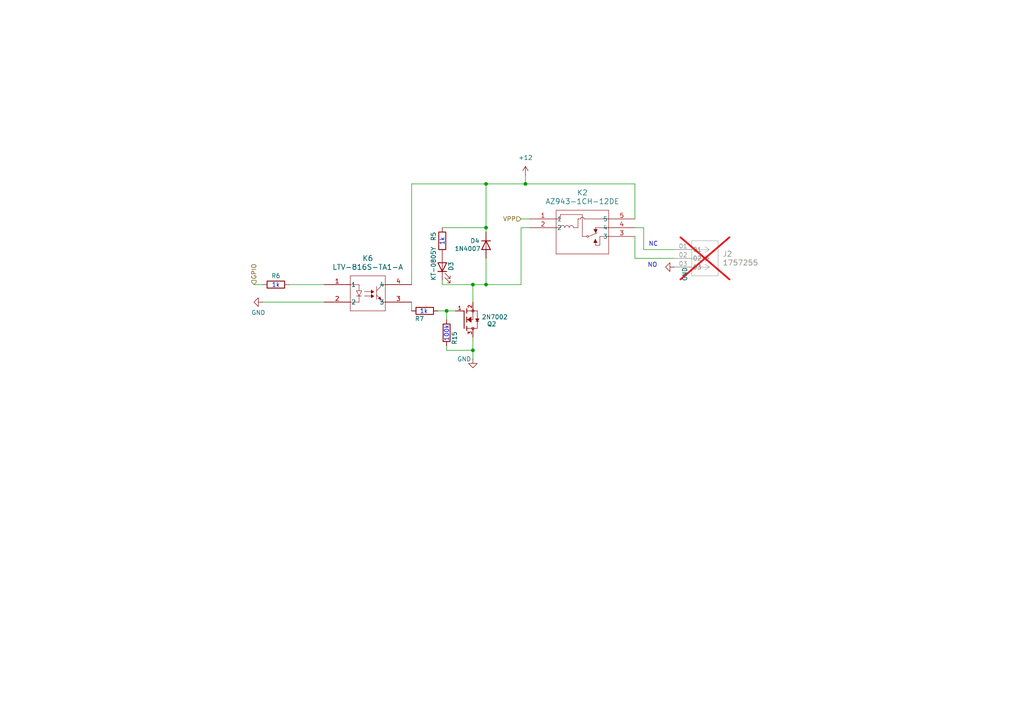
<source format=kicad_sch>
(kicad_sch
	(version 20231120)
	(generator "eeschema")
	(generator_version "8.0")
	(uuid "e4d7fb38-59c9-4d05-8ccd-e66180b1e927")
	(paper "A4")
	(lib_symbols
		(symbol "2025-02-13_01-48-00:1757255"
			(pin_names
				(offset 0.254)
			)
			(exclude_from_sim no)
			(in_bom yes)
			(on_board yes)
			(property "Reference" "J2"
				(at 13.97 -1.2699 0)
				(effects
					(font
						(size 1.524 1.524)
					)
					(justify left)
				)
			)
			(property "Value" "1757255"
				(at 13.97 -3.8099 0)
				(effects
					(font
						(size 1.524 1.524)
					)
					(justify left)
				)
			)
			(property "Footprint" "CONN_1757255_PXC"
				(at -1.778 10.414 0)
				(effects
					(font
						(size 1.27 1.27)
						(italic yes)
					)
					(hide yes)
				)
			)
			(property "Datasheet" "1757255"
				(at -4.064 10.16 0)
				(effects
					(font
						(size 1.27 1.27)
						(italic yes)
					)
					(hide yes)
				)
			)
			(property "Description" ""
				(at 0 0 0)
				(effects
					(font
						(size 1.27 1.27)
					)
					(hide yes)
				)
			)
			(property "ki_locked" ""
				(at 0 0 0)
				(effects
					(font
						(size 1.27 1.27)
					)
				)
			)
			(property "ki_keywords" "1757255"
				(at 0 0 0)
				(effects
					(font
						(size 1.27 1.27)
					)
					(hide yes)
				)
			)
			(property "ki_fp_filters" "CONN_1757255_PXC"
				(at 0 0 0)
				(effects
					(font
						(size 1.27 1.27)
					)
					(hide yes)
				)
			)
			(symbol "1757255_1_1"
				(polyline
					(pts
						(xy 5.08 -7.62) (xy 12.7 -7.62)
					)
					(stroke
						(width 0.127)
						(type default)
					)
					(fill
						(type none)
					)
				)
				(polyline
					(pts
						(xy 5.08 2.54) (xy 5.08 -7.62)
					)
					(stroke
						(width 0.127)
						(type default)
					)
					(fill
						(type none)
					)
				)
				(polyline
					(pts
						(xy 10.16 -5.08) (xy 5.08 -5.08)
					)
					(stroke
						(width 0.127)
						(type default)
					)
					(fill
						(type none)
					)
				)
				(polyline
					(pts
						(xy 10.16 -5.08) (xy 8.89 -5.9267)
					)
					(stroke
						(width 0.127)
						(type default)
					)
					(fill
						(type none)
					)
				)
				(polyline
					(pts
						(xy 10.16 -5.08) (xy 8.89 -4.2333)
					)
					(stroke
						(width 0.127)
						(type default)
					)
					(fill
						(type none)
					)
				)
				(polyline
					(pts
						(xy 10.16 -2.54) (xy 5.08 -2.54)
					)
					(stroke
						(width 0.127)
						(type default)
					)
					(fill
						(type none)
					)
				)
				(polyline
					(pts
						(xy 10.16 -2.54) (xy 8.89 -3.3867)
					)
					(stroke
						(width 0.127)
						(type default)
					)
					(fill
						(type none)
					)
				)
				(polyline
					(pts
						(xy 10.16 -2.54) (xy 8.89 -1.6933)
					)
					(stroke
						(width 0.127)
						(type default)
					)
					(fill
						(type none)
					)
				)
				(polyline
					(pts
						(xy 10.16 0) (xy 5.08 0)
					)
					(stroke
						(width 0.127)
						(type default)
					)
					(fill
						(type none)
					)
				)
				(polyline
					(pts
						(xy 10.16 0) (xy 8.89 -0.8467)
					)
					(stroke
						(width 0.127)
						(type default)
					)
					(fill
						(type none)
					)
				)
				(polyline
					(pts
						(xy 10.16 0) (xy 8.89 0.8467)
					)
					(stroke
						(width 0.127)
						(type default)
					)
					(fill
						(type none)
					)
				)
				(polyline
					(pts
						(xy 12.7 -7.62) (xy 12.7 2.54)
					)
					(stroke
						(width 0.127)
						(type default)
					)
					(fill
						(type none)
					)
				)
				(polyline
					(pts
						(xy 12.7 2.54) (xy 5.08 2.54)
					)
					(stroke
						(width 0.127)
						(type default)
					)
					(fill
						(type none)
					)
				)
				(pin input line
					(at 0 0 0)
					(length 5.08)
					(name "01"
						(effects
							(font
								(size 1.27 1.27)
							)
						)
					)
					(number "01"
						(effects
							(font
								(size 1.27 1.27)
							)
						)
					)
				)
				(pin input line
					(at 0 -2.54 0)
					(length 5.08)
					(name "02"
						(effects
							(font
								(size 1.27 1.27)
							)
						)
					)
					(number "02"
						(effects
							(font
								(size 1.27 1.27)
							)
						)
					)
				)
				(pin input line
					(at 0 -5.08 0)
					(length 5.08)
					(name "03"
						(effects
							(font
								(size 1.27 1.27)
							)
						)
					)
					(number "03"
						(effects
							(font
								(size 1.27 1.27)
							)
						)
					)
				)
			)
			(symbol "1757255_1_2"
				(polyline
					(pts
						(xy 5.08 -7.62) (xy 12.7 -7.62)
					)
					(stroke
						(width 0.127)
						(type default)
					)
					(fill
						(type none)
					)
				)
				(polyline
					(pts
						(xy 5.08 2.54) (xy 5.08 -7.62)
					)
					(stroke
						(width 0.127)
						(type default)
					)
					(fill
						(type none)
					)
				)
				(polyline
					(pts
						(xy 7.62 -5.08) (xy 5.08 -5.08)
					)
					(stroke
						(width 0.127)
						(type default)
					)
					(fill
						(type none)
					)
				)
				(polyline
					(pts
						(xy 7.62 -5.08) (xy 8.89 -5.9267)
					)
					(stroke
						(width 0.127)
						(type default)
					)
					(fill
						(type none)
					)
				)
				(polyline
					(pts
						(xy 7.62 -5.08) (xy 8.89 -4.2333)
					)
					(stroke
						(width 0.127)
						(type default)
					)
					(fill
						(type none)
					)
				)
				(polyline
					(pts
						(xy 7.62 -2.54) (xy 5.08 -2.54)
					)
					(stroke
						(width 0.127)
						(type default)
					)
					(fill
						(type none)
					)
				)
				(polyline
					(pts
						(xy 7.62 -2.54) (xy 8.89 -3.3867)
					)
					(stroke
						(width 0.127)
						(type default)
					)
					(fill
						(type none)
					)
				)
				(polyline
					(pts
						(xy 7.62 -2.54) (xy 8.89 -1.6933)
					)
					(stroke
						(width 0.127)
						(type default)
					)
					(fill
						(type none)
					)
				)
				(polyline
					(pts
						(xy 7.62 0) (xy 5.08 0)
					)
					(stroke
						(width 0.127)
						(type default)
					)
					(fill
						(type none)
					)
				)
				(polyline
					(pts
						(xy 7.62 0) (xy 8.89 -0.8467)
					)
					(stroke
						(width 0.127)
						(type default)
					)
					(fill
						(type none)
					)
				)
				(polyline
					(pts
						(xy 7.62 0) (xy 8.89 0.8467)
					)
					(stroke
						(width 0.127)
						(type default)
					)
					(fill
						(type none)
					)
				)
				(polyline
					(pts
						(xy 12.7 -7.62) (xy 12.7 2.54)
					)
					(stroke
						(width 0.127)
						(type default)
					)
					(fill
						(type none)
					)
				)
				(polyline
					(pts
						(xy 12.7 2.54) (xy 5.08 2.54)
					)
					(stroke
						(width 0.127)
						(type default)
					)
					(fill
						(type none)
					)
				)
				(pin unspecified line
					(at 0 0 0)
					(length 5.08)
					(name "1"
						(effects
							(font
								(size 1.27 1.27)
							)
						)
					)
					(number "1"
						(effects
							(font
								(size 1.27 1.27)
							)
						)
					)
				)
				(pin unspecified line
					(at 0 -2.54 0)
					(length 5.08)
					(name "2"
						(effects
							(font
								(size 1.27 1.27)
							)
						)
					)
					(number "2"
						(effects
							(font
								(size 1.27 1.27)
							)
						)
					)
				)
				(pin unspecified line
					(at 0 -5.08 0)
					(length 5.08)
					(name "3"
						(effects
							(font
								(size 1.27 1.27)
							)
						)
					)
					(number "3"
						(effects
							(font
								(size 1.27 1.27)
							)
						)
					)
				)
			)
		)
		(symbol "Device:LED"
			(pin_numbers hide)
			(pin_names
				(offset 1.016) hide)
			(exclude_from_sim no)
			(in_bom yes)
			(on_board yes)
			(property "Reference" "D"
				(at 0 2.54 0)
				(effects
					(font
						(size 1.27 1.27)
					)
				)
			)
			(property "Value" "LED"
				(at 0 -2.54 0)
				(effects
					(font
						(size 1.27 1.27)
					)
				)
			)
			(property "Footprint" ""
				(at 0 0 0)
				(effects
					(font
						(size 1.27 1.27)
					)
					(hide yes)
				)
			)
			(property "Datasheet" "~"
				(at 0 0 0)
				(effects
					(font
						(size 1.27 1.27)
					)
					(hide yes)
				)
			)
			(property "Description" "Light emitting diode"
				(at 0 0 0)
				(effects
					(font
						(size 1.27 1.27)
					)
					(hide yes)
				)
			)
			(property "ki_keywords" "LED diode"
				(at 0 0 0)
				(effects
					(font
						(size 1.27 1.27)
					)
					(hide yes)
				)
			)
			(property "ki_fp_filters" "LED* LED_SMD:* LED_THT:*"
				(at 0 0 0)
				(effects
					(font
						(size 1.27 1.27)
					)
					(hide yes)
				)
			)
			(symbol "LED_0_1"
				(polyline
					(pts
						(xy -1.27 -1.27) (xy -1.27 1.27)
					)
					(stroke
						(width 0.254)
						(type default)
					)
					(fill
						(type none)
					)
				)
				(polyline
					(pts
						(xy -1.27 0) (xy 1.27 0)
					)
					(stroke
						(width 0)
						(type default)
					)
					(fill
						(type none)
					)
				)
				(polyline
					(pts
						(xy 1.27 -1.27) (xy 1.27 1.27) (xy -1.27 0) (xy 1.27 -1.27)
					)
					(stroke
						(width 0.254)
						(type default)
					)
					(fill
						(type none)
					)
				)
				(polyline
					(pts
						(xy -3.048 -0.762) (xy -4.572 -2.286) (xy -3.81 -2.286) (xy -4.572 -2.286) (xy -4.572 -1.524)
					)
					(stroke
						(width 0)
						(type default)
					)
					(fill
						(type none)
					)
				)
				(polyline
					(pts
						(xy -1.778 -0.762) (xy -3.302 -2.286) (xy -2.54 -2.286) (xy -3.302 -2.286) (xy -3.302 -1.524)
					)
					(stroke
						(width 0)
						(type default)
					)
					(fill
						(type none)
					)
				)
			)
			(symbol "LED_1_1"
				(pin passive line
					(at -3.81 0 0)
					(length 2.54)
					(name "K"
						(effects
							(font
								(size 1.27 1.27)
							)
						)
					)
					(number "1"
						(effects
							(font
								(size 1.27 1.27)
							)
						)
					)
				)
				(pin passive line
					(at 3.81 0 180)
					(length 2.54)
					(name "A"
						(effects
							(font
								(size 1.27 1.27)
							)
						)
					)
					(number "2"
						(effects
							(font
								(size 1.27 1.27)
							)
						)
					)
				)
			)
		)
		(symbol "Device:R"
			(pin_numbers hide)
			(pin_names
				(offset 0)
			)
			(exclude_from_sim no)
			(in_bom yes)
			(on_board yes)
			(property "Reference" "R"
				(at 2.032 0 90)
				(effects
					(font
						(size 1.27 1.27)
					)
				)
			)
			(property "Value" "R"
				(at 0 0 90)
				(effects
					(font
						(size 1.27 1.27)
					)
				)
			)
			(property "Footprint" ""
				(at -1.778 0 90)
				(effects
					(font
						(size 1.27 1.27)
					)
					(hide yes)
				)
			)
			(property "Datasheet" "~"
				(at 0 0 0)
				(effects
					(font
						(size 1.27 1.27)
					)
					(hide yes)
				)
			)
			(property "Description" "Resistor"
				(at 0 0 0)
				(effects
					(font
						(size 1.27 1.27)
					)
					(hide yes)
				)
			)
			(property "ki_keywords" "R res resistor"
				(at 0 0 0)
				(effects
					(font
						(size 1.27 1.27)
					)
					(hide yes)
				)
			)
			(property "ki_fp_filters" "R_*"
				(at 0 0 0)
				(effects
					(font
						(size 1.27 1.27)
					)
					(hide yes)
				)
			)
			(symbol "R_0_1"
				(rectangle
					(start -1.016 -2.54)
					(end 1.016 2.54)
					(stroke
						(width 0.254)
						(type default)
					)
					(fill
						(type none)
					)
				)
			)
			(symbol "R_1_1"
				(pin passive line
					(at 0 3.81 270)
					(length 1.27)
					(name "~"
						(effects
							(font
								(size 1.27 1.27)
							)
						)
					)
					(number "1"
						(effects
							(font
								(size 1.27 1.27)
							)
						)
					)
				)
				(pin passive line
					(at 0 -3.81 90)
					(length 1.27)
					(name "~"
						(effects
							(font
								(size 1.27 1.27)
							)
						)
					)
					(number "2"
						(effects
							(font
								(size 1.27 1.27)
							)
						)
					)
				)
			)
		)
		(symbol "Diode:1N4007"
			(pin_numbers hide)
			(pin_names hide)
			(exclude_from_sim no)
			(in_bom yes)
			(on_board yes)
			(property "Reference" "D"
				(at 0 2.54 0)
				(effects
					(font
						(size 1.27 1.27)
					)
				)
			)
			(property "Value" "1N4007"
				(at 0 -2.54 0)
				(effects
					(font
						(size 1.27 1.27)
					)
				)
			)
			(property "Footprint" "Diode_THT:D_DO-41_SOD81_P10.16mm_Horizontal"
				(at 0 -4.445 0)
				(effects
					(font
						(size 1.27 1.27)
					)
					(hide yes)
				)
			)
			(property "Datasheet" "http://www.vishay.com/docs/88503/1n4001.pdf"
				(at 0 0 0)
				(effects
					(font
						(size 1.27 1.27)
					)
					(hide yes)
				)
			)
			(property "Description" "1000V 1A General Purpose Rectifier Diode, DO-41"
				(at 0 0 0)
				(effects
					(font
						(size 1.27 1.27)
					)
					(hide yes)
				)
			)
			(property "Sim.Device" "D"
				(at 0 0 0)
				(effects
					(font
						(size 1.27 1.27)
					)
					(hide yes)
				)
			)
			(property "Sim.Pins" "1=K 2=A"
				(at 0 0 0)
				(effects
					(font
						(size 1.27 1.27)
					)
					(hide yes)
				)
			)
			(property "ki_keywords" "diode"
				(at 0 0 0)
				(effects
					(font
						(size 1.27 1.27)
					)
					(hide yes)
				)
			)
			(property "ki_fp_filters" "D*DO?41*"
				(at 0 0 0)
				(effects
					(font
						(size 1.27 1.27)
					)
					(hide yes)
				)
			)
			(symbol "1N4007_0_1"
				(polyline
					(pts
						(xy -1.27 1.27) (xy -1.27 -1.27)
					)
					(stroke
						(width 0.254)
						(type default)
					)
					(fill
						(type none)
					)
				)
				(polyline
					(pts
						(xy 1.27 0) (xy -1.27 0)
					)
					(stroke
						(width 0)
						(type default)
					)
					(fill
						(type none)
					)
				)
				(polyline
					(pts
						(xy 1.27 1.27) (xy 1.27 -1.27) (xy -1.27 0) (xy 1.27 1.27)
					)
					(stroke
						(width 0.254)
						(type default)
					)
					(fill
						(type none)
					)
				)
			)
			(symbol "1N4007_1_1"
				(pin passive line
					(at -3.81 0 0)
					(length 2.54)
					(name "K"
						(effects
							(font
								(size 1.27 1.27)
							)
						)
					)
					(number "1"
						(effects
							(font
								(size 1.27 1.27)
							)
						)
					)
				)
				(pin passive line
					(at 3.81 0 180)
					(length 2.54)
					(name "A"
						(effects
							(font
								(size 1.27 1.27)
							)
						)
					)
					(number "2"
						(effects
							(font
								(size 1.27 1.27)
							)
						)
					)
				)
			)
		)
		(symbol "NPN:2N7002"
			(pin_names
				(offset 1.016)
			)
			(exclude_from_sim no)
			(in_bom yes)
			(on_board yes)
			(property "Reference" "Q"
				(at -8.89 2.54 0)
				(effects
					(font
						(size 1.27 1.27)
					)
					(justify left bottom)
				)
			)
			(property "Value" "2N7002"
				(at -8.89 -7.62 0)
				(effects
					(font
						(size 1.27 1.27)
					)
					(justify left bottom)
				)
			)
			(property "Footprint" "2N7002:TRANS_2N7002"
				(at 0 0 0)
				(effects
					(font
						(size 1.27 1.27)
					)
					(justify bottom)
					(hide yes)
				)
			)
			(property "Datasheet" ""
				(at 0 0 0)
				(effects
					(font
						(size 1.27 1.27)
					)
					(hide yes)
				)
			)
			(property "Description" ""
				(at 0 0 0)
				(effects
					(font
						(size 1.27 1.27)
					)
					(hide yes)
				)
			)
			(property "MF" "Diotec Semiconductor"
				(at 0 0 0)
				(effects
					(font
						(size 1.27 1.27)
					)
					(justify bottom)
					(hide yes)
				)
			)
			(property "MAXIMUM_PACKAGE_HEIGHT" "1.2mm"
				(at 0 0 0)
				(effects
					(font
						(size 1.27 1.27)
					)
					(justify bottom)
					(hide yes)
				)
			)
			(property "Package" "SOT-23 Diotec"
				(at 0 0 0)
				(effects
					(font
						(size 1.27 1.27)
					)
					(justify bottom)
					(hide yes)
				)
			)
			(property "Price" "None"
				(at 0 0 0)
				(effects
					(font
						(size 1.27 1.27)
					)
					(justify bottom)
					(hide yes)
				)
			)
			(property "Check_prices" "https://www.snapeda.com/parts/2N7002/Diotec/view-part/?ref=eda"
				(at 0 0 0)
				(effects
					(font
						(size 1.27 1.27)
					)
					(justify bottom)
					(hide yes)
				)
			)
			(property "STANDARD" "Manufacturer Recommendations"
				(at 0 0 0)
				(effects
					(font
						(size 1.27 1.27)
					)
					(justify bottom)
					(hide yes)
				)
			)
			(property "PARTREV" "2023-01-11"
				(at 0 0 0)
				(effects
					(font
						(size 1.27 1.27)
					)
					(justify bottom)
					(hide yes)
				)
			)
			(property "SnapEDA_Link" "https://www.snapeda.com/parts/2N7002/Diotec/view-part/?ref=snap"
				(at 0 0 0)
				(effects
					(font
						(size 1.27 1.27)
					)
					(justify bottom)
					(hide yes)
				)
			)
			(property "MP" "2N7002"
				(at 0 0 0)
				(effects
					(font
						(size 1.27 1.27)
					)
					(justify bottom)
					(hide yes)
				)
			)
			(property "Description_1" "\n                        \n                            MOSFET, SOT-23, N, 60V, 0.28A, 5Ω, 150°C\n                        \n"
				(at 0 0 0)
				(effects
					(font
						(size 1.27 1.27)
					)
					(justify bottom)
					(hide yes)
				)
			)
			(property "Availability" "In Stock"
				(at 0 0 0)
				(effects
					(font
						(size 1.27 1.27)
					)
					(justify bottom)
					(hide yes)
				)
			)
			(property "MANUFACTURER" "Diotec Semiconductor"
				(at 0 0 0)
				(effects
					(font
						(size 1.27 1.27)
					)
					(justify bottom)
					(hide yes)
				)
			)
			(symbol "2N7002_0_0"
				(polyline
					(pts
						(xy 0 2.54) (xy 0 -2.54)
					)
					(stroke
						(width 0.254)
						(type default)
					)
					(fill
						(type none)
					)
				)
				(polyline
					(pts
						(xy 0.762 -2.54) (xy 0.762 -3.175)
					)
					(stroke
						(width 0.254)
						(type default)
					)
					(fill
						(type none)
					)
				)
				(polyline
					(pts
						(xy 0.762 -1.905) (xy 0.762 -2.54)
					)
					(stroke
						(width 0.254)
						(type default)
					)
					(fill
						(type none)
					)
				)
				(polyline
					(pts
						(xy 0.762 0) (xy 0.762 -0.762)
					)
					(stroke
						(width 0.254)
						(type default)
					)
					(fill
						(type none)
					)
				)
				(polyline
					(pts
						(xy 0.762 0) (xy 2.54 0)
					)
					(stroke
						(width 0.1524)
						(type default)
					)
					(fill
						(type none)
					)
				)
				(polyline
					(pts
						(xy 0.762 0.762) (xy 0.762 0)
					)
					(stroke
						(width 0.254)
						(type default)
					)
					(fill
						(type none)
					)
				)
				(polyline
					(pts
						(xy 0.762 2.54) (xy 0.762 1.905)
					)
					(stroke
						(width 0.254)
						(type default)
					)
					(fill
						(type none)
					)
				)
				(polyline
					(pts
						(xy 0.762 2.54) (xy 3.81 2.54)
					)
					(stroke
						(width 0.1524)
						(type default)
					)
					(fill
						(type none)
					)
				)
				(polyline
					(pts
						(xy 0.762 3.175) (xy 0.762 2.54)
					)
					(stroke
						(width 0.254)
						(type default)
					)
					(fill
						(type none)
					)
				)
				(polyline
					(pts
						(xy 2.54 -2.54) (xy 0.762 -2.54)
					)
					(stroke
						(width 0.1524)
						(type default)
					)
					(fill
						(type none)
					)
				)
				(polyline
					(pts
						(xy 2.54 -2.54) (xy 3.81 -2.54)
					)
					(stroke
						(width 0.1524)
						(type default)
					)
					(fill
						(type none)
					)
				)
				(polyline
					(pts
						(xy 2.54 0) (xy 2.54 -2.54)
					)
					(stroke
						(width 0.1524)
						(type default)
					)
					(fill
						(type none)
					)
				)
				(polyline
					(pts
						(xy 3.81 0.508) (xy 3.302 0.508)
					)
					(stroke
						(width 0.1524)
						(type default)
					)
					(fill
						(type none)
					)
				)
				(polyline
					(pts
						(xy 3.81 0.508) (xy 3.81 -2.54)
					)
					(stroke
						(width 0.1524)
						(type default)
					)
					(fill
						(type none)
					)
				)
				(polyline
					(pts
						(xy 3.81 2.54) (xy 3.81 0.508)
					)
					(stroke
						(width 0.1524)
						(type default)
					)
					(fill
						(type none)
					)
				)
				(polyline
					(pts
						(xy 4.318 0.508) (xy 3.81 0.508)
					)
					(stroke
						(width 0.1524)
						(type default)
					)
					(fill
						(type none)
					)
				)
				(polyline
					(pts
						(xy 1.016 0) (xy 2.032 0.762) (xy 2.032 -0.762) (xy 1.016 0)
					)
					(stroke
						(width 0.1524)
						(type default)
					)
					(fill
						(type outline)
					)
				)
				(polyline
					(pts
						(xy 3.81 0.508) (xy 3.302 -0.254) (xy 4.318 -0.254) (xy 3.81 0.508)
					)
					(stroke
						(width 0.1524)
						(type default)
					)
					(fill
						(type outline)
					)
				)
				(circle
					(center 2.54 -2.54)
					(radius 0.3592)
					(stroke
						(width 0)
						(type default)
					)
					(fill
						(type none)
					)
				)
				(circle
					(center 2.54 2.54)
					(radius 0.3592)
					(stroke
						(width 0)
						(type default)
					)
					(fill
						(type none)
					)
				)
				(pin passive line
					(at -2.54 -2.54 0)
					(length 2.54)
					(name "~"
						(effects
							(font
								(size 1.016 1.016)
							)
						)
					)
					(number "1"
						(effects
							(font
								(size 1.016 1.016)
							)
						)
					)
				)
				(pin passive line
					(at 2.54 -5.08 90)
					(length 2.54)
					(name "~"
						(effects
							(font
								(size 1.016 1.016)
							)
						)
					)
					(number "2"
						(effects
							(font
								(size 1.016 1.016)
							)
						)
					)
				)
				(pin passive line
					(at 2.54 5.08 270)
					(length 2.54)
					(name "~"
						(effects
							(font
								(size 1.016 1.016)
							)
						)
					)
					(number "3"
						(effects
							(font
								(size 1.016 1.016)
							)
						)
					)
				)
			)
		)
		(symbol "Optocoupler:LTV-816S"
			(pin_names
				(offset 0.254)
			)
			(exclude_from_sim no)
			(in_bom yes)
			(on_board yes)
			(property "Reference" "K"
				(at 12.7 12.7 0)
				(effects
					(font
						(size 1.524 1.524)
					)
				)
			)
			(property "Value" "LTV-816S"
				(at 12.7 12.7 0)
				(effects
					(font
						(size 1.524 1.524)
					)
				)
			)
			(property "Footprint" "LTV-816S_LTO"
				(at 0 0 0)
				(effects
					(font
						(size 1.27 1.27)
						(italic yes)
					)
					(hide yes)
				)
			)
			(property "Datasheet" "LTV-816S"
				(at 0 0 0)
				(effects
					(font
						(size 1.27 1.27)
						(italic yes)
					)
					(hide yes)
				)
			)
			(property "Description" ""
				(at 0 0 0)
				(effects
					(font
						(size 1.27 1.27)
					)
					(hide yes)
				)
			)
			(property "ki_locked" ""
				(at 0 0 0)
				(effects
					(font
						(size 1.27 1.27)
					)
				)
			)
			(property "ki_keywords" "LTV-816S"
				(at 0 0 0)
				(effects
					(font
						(size 1.27 1.27)
					)
					(hide yes)
				)
			)
			(property "ki_fp_filters" "LTV-816S_LTO LTV-816S_LTO-M LTV-816S_LTO-L"
				(at 0 0 0)
				(effects
					(font
						(size 1.27 1.27)
					)
					(hide yes)
				)
			)
			(symbol "LTV-816S_0_1"
				(polyline
					(pts
						(xy 7.62 -7.62) (xy 7.62 2.54)
					)
					(stroke
						(width 0.127)
						(type default)
					)
					(fill
						(type none)
					)
				)
				(polyline
					(pts
						(xy 7.62 -7.62) (xy 17.78 -7.62)
					)
					(stroke
						(width 0.127)
						(type default)
					)
					(fill
						(type none)
					)
				)
				(polyline
					(pts
						(xy 9.398 -3.302) (xy 10.922 -3.302)
					)
					(stroke
						(width 0.127)
						(type default)
					)
					(fill
						(type none)
					)
				)
				(polyline
					(pts
						(xy 9.398 -1.778) (xy 10.16 -3.302)
					)
					(stroke
						(width 0.127)
						(type default)
					)
					(fill
						(type none)
					)
				)
				(polyline
					(pts
						(xy 10.16 -5.08) (xy 7.62 -5.08)
					)
					(stroke
						(width 0.127)
						(type default)
					)
					(fill
						(type none)
					)
				)
				(polyline
					(pts
						(xy 10.16 -3.302) (xy 10.16 -5.08)
					)
					(stroke
						(width 0.127)
						(type default)
					)
					(fill
						(type none)
					)
				)
				(polyline
					(pts
						(xy 10.16 -3.302) (xy 10.922 -1.778)
					)
					(stroke
						(width 0.127)
						(type default)
					)
					(fill
						(type none)
					)
				)
				(polyline
					(pts
						(xy 10.16 0) (xy 7.62 0)
					)
					(stroke
						(width 0.127)
						(type default)
					)
					(fill
						(type none)
					)
				)
				(polyline
					(pts
						(xy 10.16 0) (xy 10.16 -1.778)
					)
					(stroke
						(width 0.127)
						(type default)
					)
					(fill
						(type none)
					)
				)
				(polyline
					(pts
						(xy 10.922 -1.778) (xy 9.398 -1.778)
					)
					(stroke
						(width 0.127)
						(type default)
					)
					(fill
						(type none)
					)
				)
				(polyline
					(pts
						(xy 11.684 -3.302) (xy 13.716 -3.302)
					)
					(stroke
						(width 0.127)
						(type default)
					)
					(fill
						(type none)
					)
				)
				(polyline
					(pts
						(xy 11.684 -2.032) (xy 13.716 -2.032)
					)
					(stroke
						(width 0.127)
						(type default)
					)
					(fill
						(type none)
					)
				)
				(polyline
					(pts
						(xy 15.24 -4.318) (xy 15.24 -0.508)
					)
					(stroke
						(width 0.127)
						(type default)
					)
					(fill
						(type none)
					)
				)
				(polyline
					(pts
						(xy 15.24 -3.048) (xy 16.002 -3.81)
					)
					(stroke
						(width 0.127)
						(type default)
					)
					(fill
						(type none)
					)
				)
				(polyline
					(pts
						(xy 15.24 -1.778) (xy 16.51 -0.508)
					)
					(stroke
						(width 0.127)
						(type default)
					)
					(fill
						(type none)
					)
				)
				(polyline
					(pts
						(xy 16.51 -4.318) (xy 16.51 -5.08)
					)
					(stroke
						(width 0.127)
						(type default)
					)
					(fill
						(type none)
					)
				)
				(polyline
					(pts
						(xy 16.51 -0.508) (xy 16.51 0)
					)
					(stroke
						(width 0.127)
						(type default)
					)
					(fill
						(type none)
					)
				)
				(polyline
					(pts
						(xy 16.51 0) (xy 17.78 0)
					)
					(stroke
						(width 0.127)
						(type default)
					)
					(fill
						(type none)
					)
				)
				(polyline
					(pts
						(xy 17.78 -5.08) (xy 16.51 -5.08)
					)
					(stroke
						(width 0.127)
						(type default)
					)
					(fill
						(type none)
					)
				)
				(polyline
					(pts
						(xy 17.78 2.54) (xy 7.62 2.54)
					)
					(stroke
						(width 0.127)
						(type default)
					)
					(fill
						(type none)
					)
				)
				(polyline
					(pts
						(xy 17.78 2.54) (xy 17.78 -7.62)
					)
					(stroke
						(width 0.127)
						(type default)
					)
					(fill
						(type none)
					)
				)
				(polyline
					(pts
						(xy 13.716 -2.794) (xy 13.716 -3.81) (xy 14.478 -3.302)
					)
					(stroke
						(width 0)
						(type default)
					)
					(fill
						(type outline)
					)
				)
				(polyline
					(pts
						(xy 13.716 -1.524) (xy 13.716 -2.54) (xy 14.478 -2.032)
					)
					(stroke
						(width 0)
						(type default)
					)
					(fill
						(type outline)
					)
				)
				(polyline
					(pts
						(xy 16.4717 -4.3107) (xy 15.748 -4.064) (xy 16.256 -3.556) (xy 16.51 -4.318)
					)
					(stroke
						(width 0)
						(type default)
					)
					(fill
						(type outline)
					)
				)
				(pin unspecified line
					(at 0 0 0)
					(length 7.62)
					(name "1"
						(effects
							(font
								(size 1.27 1.27)
							)
						)
					)
					(number "1"
						(effects
							(font
								(size 1.27 1.27)
							)
						)
					)
				)
				(pin unspecified line
					(at 0 -5.08 0)
					(length 7.62)
					(name "2"
						(effects
							(font
								(size 1.27 1.27)
							)
						)
					)
					(number "2"
						(effects
							(font
								(size 1.27 1.27)
							)
						)
					)
				)
				(pin unspecified line
					(at 25.4 -5.08 180)
					(length 7.62)
					(name "3"
						(effects
							(font
								(size 1.27 1.27)
							)
						)
					)
					(number "3"
						(effects
							(font
								(size 1.27 1.27)
							)
						)
					)
				)
				(pin unspecified line
					(at 25.4 0 180)
					(length 7.62)
					(name "4"
						(effects
							(font
								(size 1.27 1.27)
							)
						)
					)
					(number "4"
						(effects
							(font
								(size 1.27 1.27)
							)
						)
					)
				)
			)
		)
		(symbol "Relay:AZ943-1CH-12DE"
			(pin_names
				(offset 0.254)
			)
			(exclude_from_sim no)
			(in_bom yes)
			(on_board yes)
			(property "Reference" "K"
				(at 15.24 7.62 0)
				(effects
					(font
						(size 1.524 1.524)
					)
				)
			)
			(property "Value" "AZ943-1CH-12DE"
				(at 15.24 5.08 0)
				(effects
					(font
						(size 1.524 1.524)
					)
				)
			)
			(property "Footprint" "AZ943-1CH_AMZ"
				(at 0 0 0)
				(effects
					(font
						(size 1.27 1.27)
						(italic yes)
					)
					(hide yes)
				)
			)
			(property "Datasheet" "AZ943-1CH-12DE"
				(at 0 0 0)
				(effects
					(font
						(size 1.27 1.27)
						(italic yes)
					)
					(hide yes)
				)
			)
			(property "Description" ""
				(at 0 0 0)
				(effects
					(font
						(size 1.27 1.27)
					)
					(hide yes)
				)
			)
			(property "ki_locked" ""
				(at 0 0 0)
				(effects
					(font
						(size 1.27 1.27)
					)
				)
			)
			(property "ki_keywords" "AZ943-1CH-12DE"
				(at 0 0 0)
				(effects
					(font
						(size 1.27 1.27)
					)
					(hide yes)
				)
			)
			(property "ki_fp_filters" "AZ943-1CH_AMZ"
				(at 0 0 0)
				(effects
					(font
						(size 1.27 1.27)
					)
					(hide yes)
				)
			)
			(symbol "AZ943-1CH-12DE_0_1"
				(polyline
					(pts
						(xy 7.62 -10.16) (xy 22.86 -10.16)
					)
					(stroke
						(width 0.127)
						(type default)
					)
					(fill
						(type none)
					)
				)
				(polyline
					(pts
						(xy 7.62 -2.54) (xy 8.89 -2.54)
					)
					(stroke
						(width 0.127)
						(type default)
					)
					(fill
						(type none)
					)
				)
				(polyline
					(pts
						(xy 7.62 0) (xy 8.89 0)
					)
					(stroke
						(width 0.127)
						(type default)
					)
					(fill
						(type none)
					)
				)
				(polyline
					(pts
						(xy 7.62 2.54) (xy 7.62 -10.16)
					)
					(stroke
						(width 0.127)
						(type default)
					)
					(fill
						(type none)
					)
				)
				(polyline
					(pts
						(xy 8.89 0) (xy 8.89 1.27)
					)
					(stroke
						(width 0.127)
						(type default)
					)
					(fill
						(type none)
					)
				)
				(polyline
					(pts
						(xy 8.89 1.27) (xy 15.24 1.27)
					)
					(stroke
						(width 0.127)
						(type default)
					)
					(fill
						(type none)
					)
				)
				(polyline
					(pts
						(xy 12.7 -2.54) (xy 13.97 -2.54)
					)
					(stroke
						(width 0.127)
						(type default)
					)
					(fill
						(type none)
					)
				)
				(polyline
					(pts
						(xy 13.97 -2.54) (xy 13.97 0)
					)
					(stroke
						(width 0.127)
						(type default)
					)
					(fill
						(type none)
					)
				)
				(polyline
					(pts
						(xy 13.97 0) (xy 14.732 0)
					)
					(stroke
						(width 0.127)
						(type default)
					)
					(fill
						(type none)
					)
				)
				(polyline
					(pts
						(xy 15.24 -5.08) (xy 16.51 -5.08)
					)
					(stroke
						(width 0.127)
						(type default)
					)
					(fill
						(type none)
					)
				)
				(polyline
					(pts
						(xy 15.24 1.27) (xy 15.24 -5.08)
					)
					(stroke
						(width 0.127)
						(type default)
					)
					(fill
						(type none)
					)
				)
				(polyline
					(pts
						(xy 17.018 -5.08) (xy 19.558 -4.064)
					)
					(stroke
						(width 0.127)
						(type default)
					)
					(fill
						(type none)
					)
				)
				(polyline
					(pts
						(xy 19.05 -7.62) (xy 19.05 -6.35)
					)
					(stroke
						(width 0.127)
						(type default)
					)
					(fill
						(type none)
					)
				)
				(polyline
					(pts
						(xy 19.05 -7.62) (xy 20.32 -7.62)
					)
					(stroke
						(width 0.127)
						(type default)
					)
					(fill
						(type none)
					)
				)
				(polyline
					(pts
						(xy 19.05 -2.54) (xy 19.05 -3.81)
					)
					(stroke
						(width 0.127)
						(type default)
					)
					(fill
						(type none)
					)
				)
				(polyline
					(pts
						(xy 19.05 -2.54) (xy 22.86 -2.54)
					)
					(stroke
						(width 0.127)
						(type default)
					)
					(fill
						(type none)
					)
				)
				(polyline
					(pts
						(xy 20.32 -7.62) (xy 20.32 -5.08)
					)
					(stroke
						(width 0.127)
						(type default)
					)
					(fill
						(type none)
					)
				)
				(polyline
					(pts
						(xy 22.86 -10.16) (xy 22.86 2.54)
					)
					(stroke
						(width 0.127)
						(type default)
					)
					(fill
						(type none)
					)
				)
				(polyline
					(pts
						(xy 22.86 -5.08) (xy 20.32 -5.08)
					)
					(stroke
						(width 0.127)
						(type default)
					)
					(fill
						(type none)
					)
				)
				(polyline
					(pts
						(xy 22.86 0) (xy 15.748 0)
					)
					(stroke
						(width 0.127)
						(type default)
					)
					(fill
						(type none)
					)
				)
				(polyline
					(pts
						(xy 22.86 2.54) (xy 7.62 2.54)
					)
					(stroke
						(width 0.127)
						(type default)
					)
					(fill
						(type none)
					)
				)
				(polyline
					(pts
						(xy 19.05 -5.842) (xy 18.542 -6.858) (xy 19.558 -6.858)
					)
					(stroke
						(width 0)
						(type default)
					)
					(fill
						(type outline)
					)
				)
				(polyline
					(pts
						(xy 19.05 -4.064) (xy 19.558 -3.048) (xy 18.542 -3.048)
					)
					(stroke
						(width 0)
						(type default)
					)
					(fill
						(type outline)
					)
				)
				(arc
					(start 10.16 -2.54)
					(mid 9.525 -1.9077)
					(end 8.89 -2.54)
					(stroke
						(width 0.127)
						(type default)
					)
					(fill
						(type none)
					)
				)
				(arc
					(start 11.43 -2.54)
					(mid 10.795 -1.9077)
					(end 10.16 -2.54)
					(stroke
						(width 0.127)
						(type default)
					)
					(fill
						(type none)
					)
				)
				(arc
					(start 12.7 -2.54)
					(mid 12.065 -1.9077)
					(end 11.43 -2.54)
					(stroke
						(width 0.127)
						(type default)
					)
					(fill
						(type none)
					)
				)
				(arc
					(start 15.748 0)
					(mid 15.24 0.5058)
					(end 14.732 0)
					(stroke
						(width 0.127)
						(type default)
					)
					(fill
						(type none)
					)
				)
				(circle
					(center 16.764 -5.08)
					(radius 0.254)
					(stroke
						(width 0.127)
						(type default)
					)
					(fill
						(type none)
					)
				)
				(pin unspecified line
					(at 0 0 0)
					(length 7.62)
					(name "1"
						(effects
							(font
								(size 1.27 1.27)
							)
						)
					)
					(number "1"
						(effects
							(font
								(size 1.27 1.27)
							)
						)
					)
				)
				(pin unspecified line
					(at 0 -2.54 0)
					(length 7.62)
					(name "2"
						(effects
							(font
								(size 1.27 1.27)
							)
						)
					)
					(number "2"
						(effects
							(font
								(size 1.27 1.27)
							)
						)
					)
				)
				(pin unspecified line
					(at 30.48 -5.08 180)
					(length 7.62)
					(name "3"
						(effects
							(font
								(size 1.27 1.27)
							)
						)
					)
					(number "3"
						(effects
							(font
								(size 1.27 1.27)
							)
						)
					)
				)
				(pin unspecified line
					(at 30.48 -2.54 180)
					(length 7.62)
					(name "4"
						(effects
							(font
								(size 1.27 1.27)
							)
						)
					)
					(number "4"
						(effects
							(font
								(size 1.27 1.27)
							)
						)
					)
				)
				(pin unspecified line
					(at 30.48 0 180)
					(length 7.62)
					(name "5"
						(effects
							(font
								(size 1.27 1.27)
							)
						)
					)
					(number "5"
						(effects
							(font
								(size 1.27 1.27)
							)
						)
					)
				)
			)
		)
		(symbol "power:+3.3V"
			(power)
			(pin_numbers hide)
			(pin_names
				(offset 0) hide)
			(exclude_from_sim no)
			(in_bom yes)
			(on_board yes)
			(property "Reference" "#PWR"
				(at 0 -3.81 0)
				(effects
					(font
						(size 1.27 1.27)
					)
					(hide yes)
				)
			)
			(property "Value" "+3.3V"
				(at 0 3.556 0)
				(effects
					(font
						(size 1.27 1.27)
					)
				)
			)
			(property "Footprint" ""
				(at 0 0 0)
				(effects
					(font
						(size 1.27 1.27)
					)
					(hide yes)
				)
			)
			(property "Datasheet" ""
				(at 0 0 0)
				(effects
					(font
						(size 1.27 1.27)
					)
					(hide yes)
				)
			)
			(property "Description" "Power symbol creates a global label with name \"+3.3V\""
				(at 0 0 0)
				(effects
					(font
						(size 1.27 1.27)
					)
					(hide yes)
				)
			)
			(property "ki_keywords" "global power"
				(at 0 0 0)
				(effects
					(font
						(size 1.27 1.27)
					)
					(hide yes)
				)
			)
			(symbol "+3.3V_0_1"
				(polyline
					(pts
						(xy -0.762 1.27) (xy 0 2.54)
					)
					(stroke
						(width 0)
						(type default)
					)
					(fill
						(type none)
					)
				)
				(polyline
					(pts
						(xy 0 0) (xy 0 2.54)
					)
					(stroke
						(width 0)
						(type default)
					)
					(fill
						(type none)
					)
				)
				(polyline
					(pts
						(xy 0 2.54) (xy 0.762 1.27)
					)
					(stroke
						(width 0)
						(type default)
					)
					(fill
						(type none)
					)
				)
			)
			(symbol "+3.3V_1_1"
				(pin power_in line
					(at 0 0 90)
					(length 0)
					(name "~"
						(effects
							(font
								(size 1.27 1.27)
							)
						)
					)
					(number "1"
						(effects
							(font
								(size 1.27 1.27)
							)
						)
					)
				)
			)
		)
		(symbol "power:GND"
			(power)
			(pin_numbers hide)
			(pin_names
				(offset 0) hide)
			(exclude_from_sim no)
			(in_bom yes)
			(on_board yes)
			(property "Reference" "#PWR"
				(at 0 -6.35 0)
				(effects
					(font
						(size 1.27 1.27)
					)
					(hide yes)
				)
			)
			(property "Value" "GND"
				(at 0 -3.81 0)
				(effects
					(font
						(size 1.27 1.27)
					)
				)
			)
			(property "Footprint" ""
				(at 0 0 0)
				(effects
					(font
						(size 1.27 1.27)
					)
					(hide yes)
				)
			)
			(property "Datasheet" ""
				(at 0 0 0)
				(effects
					(font
						(size 1.27 1.27)
					)
					(hide yes)
				)
			)
			(property "Description" "Power symbol creates a global label with name \"GND\" , ground"
				(at 0 0 0)
				(effects
					(font
						(size 1.27 1.27)
					)
					(hide yes)
				)
			)
			(property "ki_keywords" "global power"
				(at 0 0 0)
				(effects
					(font
						(size 1.27 1.27)
					)
					(hide yes)
				)
			)
			(symbol "GND_0_1"
				(polyline
					(pts
						(xy 0 0) (xy 0 -1.27) (xy 1.27 -1.27) (xy 0 -2.54) (xy -1.27 -1.27) (xy 0 -1.27)
					)
					(stroke
						(width 0)
						(type default)
					)
					(fill
						(type none)
					)
				)
			)
			(symbol "GND_1_1"
				(pin power_in line
					(at 0 0 270)
					(length 0)
					(name "~"
						(effects
							(font
								(size 1.27 1.27)
							)
						)
					)
					(number "1"
						(effects
							(font
								(size 1.27 1.27)
							)
						)
					)
				)
			)
		)
	)
	(junction
		(at 129.54 90.17)
		(diameter 0)
		(color 0 0 0 0)
		(uuid "1d150297-b40f-4a09-a460-1d8339f96c65")
	)
	(junction
		(at 140.97 66.04)
		(diameter 0)
		(color 0 0 0 0)
		(uuid "59f12336-e658-4586-869f-6b91e27a2afd")
	)
	(junction
		(at 137.16 101.6)
		(diameter 0)
		(color 0 0 0 0)
		(uuid "5e6562be-884a-408c-9074-5a740e8b0d83")
	)
	(junction
		(at 152.4 53.34)
		(diameter 0)
		(color 0 0 0 0)
		(uuid "6179e2f2-41af-4111-8a52-6ac4819fe236")
	)
	(junction
		(at 140.97 82.55)
		(diameter 0)
		(color 0 0 0 0)
		(uuid "ac755705-0bdf-45c2-936e-34d656b28532")
	)
	(junction
		(at 140.97 53.34)
		(diameter 0)
		(color 0 0 0 0)
		(uuid "e9dbde75-f59e-47d4-b9bc-cb8e8273e346")
	)
	(junction
		(at 137.16 82.55)
		(diameter 0)
		(color 0 0 0 0)
		(uuid "fcd2f266-6808-4550-bd27-6336f8f7815f")
	)
	(wire
		(pts
			(xy 184.15 68.58) (xy 184.15 74.93)
		)
		(stroke
			(width 0)
			(type default)
		)
		(uuid "02692309-6fdc-45c8-bf67-3ff8d5b1030e")
	)
	(wire
		(pts
			(xy 128.27 82.55) (xy 137.16 82.55)
		)
		(stroke
			(width 0)
			(type default)
		)
		(uuid "0ac1ef0b-c59d-4d76-b8e5-7c362c399eb4")
	)
	(wire
		(pts
			(xy 140.97 74.93) (xy 140.97 82.55)
		)
		(stroke
			(width 0)
			(type default)
		)
		(uuid "0c0ca8f2-e2ad-4944-acd4-ad6ec277a78c")
	)
	(wire
		(pts
			(xy 119.38 90.17) (xy 119.38 87.63)
		)
		(stroke
			(width 0)
			(type default)
		)
		(uuid "17886578-8aef-4e5f-9759-4bdcd12d1c93")
	)
	(wire
		(pts
			(xy 137.16 97.79) (xy 137.16 101.6)
		)
		(stroke
			(width 0)
			(type default)
		)
		(uuid "29731db0-2284-402c-aadb-1249f19954a2")
	)
	(wire
		(pts
			(xy 137.16 101.6) (xy 137.16 104.14)
		)
		(stroke
			(width 0)
			(type default)
		)
		(uuid "2efff093-5c2e-4a8b-b855-a3a465462266")
	)
	(wire
		(pts
			(xy 184.15 74.93) (xy 195.58 74.93)
		)
		(stroke
			(width 0)
			(type default)
		)
		(uuid "340955cb-7dcb-40ed-a281-d2f575881bb6")
	)
	(wire
		(pts
			(xy 128.27 66.04) (xy 140.97 66.04)
		)
		(stroke
			(width 0)
			(type default)
		)
		(uuid "409b0e38-8c98-495b-8cfc-c6c4aae41092")
	)
	(wire
		(pts
			(xy 128.27 82.55) (xy 128.27 81.28)
		)
		(stroke
			(width 0)
			(type default)
		)
		(uuid "46d26453-da87-4e1d-9b83-6a31faf1de97")
	)
	(wire
		(pts
			(xy 184.15 66.04) (xy 186.69 66.04)
		)
		(stroke
			(width 0)
			(type default)
		)
		(uuid "52fb1707-6478-4a0c-ac6e-4f7e207a3191")
	)
	(wire
		(pts
			(xy 140.97 67.31) (xy 140.97 66.04)
		)
		(stroke
			(width 0)
			(type default)
		)
		(uuid "59e5c33b-3ce3-406e-899c-12f6fbe341e2")
	)
	(wire
		(pts
			(xy 151.13 66.04) (xy 153.67 66.04)
		)
		(stroke
			(width 0)
			(type default)
		)
		(uuid "5c2265ce-9810-4748-8fa7-d92dda7951e3")
	)
	(wire
		(pts
			(xy 152.4 53.34) (xy 140.97 53.34)
		)
		(stroke
			(width 0)
			(type default)
		)
		(uuid "6b9df2e8-4251-48d9-b9a5-46fc6c02156e")
	)
	(wire
		(pts
			(xy 127 90.17) (xy 129.54 90.17)
		)
		(stroke
			(width 0)
			(type default)
		)
		(uuid "6e7e7978-d83e-479c-a90f-70024c289fa7")
	)
	(wire
		(pts
			(xy 76.2 87.63) (xy 93.98 87.63)
		)
		(stroke
			(width 0)
			(type default)
		)
		(uuid "773be13b-383d-402e-8f97-09bdca24a253")
	)
	(wire
		(pts
			(xy 186.69 66.04) (xy 186.69 72.39)
		)
		(stroke
			(width 0)
			(type default)
		)
		(uuid "7b30b77e-0862-405d-82a2-b6c44fb528ef")
	)
	(wire
		(pts
			(xy 129.54 90.17) (xy 132.08 90.17)
		)
		(stroke
			(width 0)
			(type default)
		)
		(uuid "7c3de2b3-0455-45a6-80be-d4aa0498b01a")
	)
	(wire
		(pts
			(xy 140.97 53.34) (xy 140.97 66.04)
		)
		(stroke
			(width 0)
			(type default)
		)
		(uuid "815ae66a-ca37-454f-bd2e-a66bf108a6f2")
	)
	(wire
		(pts
			(xy 186.69 72.39) (xy 195.58 72.39)
		)
		(stroke
			(width 0)
			(type default)
		)
		(uuid "849f0503-9a9d-4c47-a43f-5b8d5c4e2e84")
	)
	(wire
		(pts
			(xy 83.82 82.55) (xy 93.98 82.55)
		)
		(stroke
			(width 0)
			(type default)
		)
		(uuid "897a266b-7225-4b91-8dc6-98471350ca0d")
	)
	(wire
		(pts
			(xy 140.97 82.55) (xy 151.13 82.55)
		)
		(stroke
			(width 0)
			(type default)
		)
		(uuid "8f7a9c69-a6cd-4506-9f45-61059bb157bb")
	)
	(wire
		(pts
			(xy 73.66 82.55) (xy 76.2 82.55)
		)
		(stroke
			(width 0)
			(type default)
		)
		(uuid "98410890-b840-4731-b0ba-749ac92775e2")
	)
	(wire
		(pts
			(xy 184.15 53.34) (xy 152.4 53.34)
		)
		(stroke
			(width 0)
			(type default)
		)
		(uuid "a427f2e4-22f1-4050-92d2-a19046e84955")
	)
	(wire
		(pts
			(xy 129.54 90.17) (xy 129.54 92.71)
		)
		(stroke
			(width 0)
			(type default)
		)
		(uuid "afc65040-9551-43b2-9de7-61112b369fbe")
	)
	(wire
		(pts
			(xy 137.16 82.55) (xy 137.16 87.63)
		)
		(stroke
			(width 0)
			(type default)
		)
		(uuid "b5f7d1f5-01c5-4cde-88de-c3f86a68c2b7")
	)
	(wire
		(pts
			(xy 137.16 101.6) (xy 129.54 101.6)
		)
		(stroke
			(width 0)
			(type default)
		)
		(uuid "b6a6c47b-33bf-4800-af0d-c0867fc8ae5e")
	)
	(wire
		(pts
			(xy 184.15 63.5) (xy 184.15 53.34)
		)
		(stroke
			(width 0)
			(type default)
		)
		(uuid "c2968149-e285-4b9c-90e6-b347cf105a2e")
	)
	(wire
		(pts
			(xy 152.4 50.8) (xy 152.4 53.34)
		)
		(stroke
			(width 0)
			(type default)
		)
		(uuid "e18a880c-05ef-402b-b67c-a2af6f97883b")
	)
	(wire
		(pts
			(xy 137.16 82.55) (xy 140.97 82.55)
		)
		(stroke
			(width 0)
			(type default)
		)
		(uuid "e7830b07-d1bb-4855-8c7c-321198a21d54")
	)
	(wire
		(pts
			(xy 119.38 53.34) (xy 140.97 53.34)
		)
		(stroke
			(width 0)
			(type default)
		)
		(uuid "e7d5eb8a-0e55-4c15-9268-ab7fc40d6d07")
	)
	(wire
		(pts
			(xy 119.38 82.55) (xy 119.38 53.34)
		)
		(stroke
			(width 0)
			(type default)
		)
		(uuid "e8ee978b-1c85-413e-bf87-8cb7b64fb537")
	)
	(wire
		(pts
			(xy 129.54 101.6) (xy 129.54 100.33)
		)
		(stroke
			(width 0)
			(type default)
		)
		(uuid "eac207b2-a7c1-4650-a97c-008b0ad3039c")
	)
	(wire
		(pts
			(xy 151.13 63.5) (xy 153.67 63.5)
		)
		(stroke
			(width 0)
			(type default)
		)
		(uuid "f18317e4-3d42-42e2-a76c-6471a1742a02")
	)
	(wire
		(pts
			(xy 151.13 66.04) (xy 151.13 82.55)
		)
		(stroke
			(width 0)
			(type default)
		)
		(uuid "f4a3b428-046a-444b-a610-fa50b80d9d49")
	)
	(text "1k"
		(exclude_from_sim no)
		(at 80.01 82.804 0)
		(effects
			(font
				(size 1.27 1.27)
			)
		)
		(uuid "26e6f4ed-f1c9-45ba-a920-a156877f104f")
	)
	(text "NO"
		(exclude_from_sim no)
		(at 189.23 76.962 0)
		(effects
			(font
				(size 1.27 1.27)
			)
		)
		(uuid "6c3dd6a4-bfe7-4f93-ad5c-dc2f17c89e5d")
	)
	(text "100k"
		(exclude_from_sim no)
		(at 129.54 96.774 90)
		(effects
			(font
				(size 1.27 1.27)
			)
		)
		(uuid "8e5c6d35-b60e-4375-8ef3-5c5dfef0a460")
	)
	(text "1k"
		(exclude_from_sim no)
		(at 128.27 70.104 90)
		(effects
			(font
				(size 1.27 1.27)
			)
		)
		(uuid "aecbc919-961a-45c2-88aa-cd739375adec")
	)
	(text "NC"
		(exclude_from_sim no)
		(at 189.484 70.866 0)
		(effects
			(font
				(size 1.27 1.27)
			)
		)
		(uuid "b57331e8-7183-4ce0-8337-463df10520c4")
	)
	(text "1k"
		(exclude_from_sim no)
		(at 122.936 90.424 0)
		(effects
			(font
				(size 1.27 1.27)
			)
		)
		(uuid "bbae126c-5732-42d6-b46c-6c65aada3e9d")
	)
	(hierarchical_label "VPP"
		(shape input)
		(at 151.13 63.5 180)
		(fields_autoplaced yes)
		(effects
			(font
				(size 1.27 1.27)
			)
			(justify right)
		)
		(uuid "29e5f767-4a8b-4b6c-b591-434ed3863e22")
	)
	(hierarchical_label "GPIO"
		(shape input)
		(at 73.66 82.55 90)
		(fields_autoplaced yes)
		(effects
			(font
				(size 1.27 1.27)
			)
			(justify left)
		)
		(uuid "8f6cf053-6434-4c5e-9a25-0a73c60408f6")
	)
	(symbol
		(lib_id "Device:R")
		(at 128.27 69.85 0)
		(unit 1)
		(exclude_from_sim no)
		(in_bom yes)
		(on_board yes)
		(dnp no)
		(uuid "07db361a-7c72-49ef-96c5-01af99983393")
		(property "Reference" "R5"
			(at 125.73 68.58 90)
			(effects
				(font
					(size 1.27 1.27)
				)
			)
		)
		(property "Value" "0805W8F1001T5E"
			(at 128.27 69.85 90)
			(effects
				(font
					(size 1.27 1.27)
				)
				(hide yes)
			)
		)
		(property "Footprint" "LED_SMD:LED_0805_2012Metric_Pad1.15x1.40mm_HandSolder"
			(at 126.492 69.85 90)
			(effects
				(font
					(size 1.27 1.27)
				)
				(hide yes)
			)
		)
		(property "Datasheet" "~"
			(at 128.27 69.85 0)
			(effects
				(font
					(size 1.27 1.27)
				)
				(hide yes)
			)
		)
		(property "Description" "Resistor"
			(at 128.27 69.85 0)
			(effects
				(font
					(size 1.27 1.27)
				)
				(hide yes)
			)
		)
		(pin "1"
			(uuid "e42fd1ec-02d5-476a-a5c1-c7816247adeb")
		)
		(pin "2"
			(uuid "214ea637-8ae4-4f1a-be16-ce3e786aeaae")
		)
		(instances
			(project "TMR-25-1-1-0 Modular_Relay_Board_V2"
				(path "/c182515f-e88a-4efb-93a4-5e0761abc3eb/04b7cad8-8132-402e-93a6-9dada04964d3"
					(reference "R5")
					(unit 1)
				)
				(path "/c182515f-e88a-4efb-93a4-5e0761abc3eb/9e39f3ea-9be4-4f77-bc8e-fbed5044c63e"
					(reference "R8")
					(unit 1)
				)
				(path "/c182515f-e88a-4efb-93a4-5e0761abc3eb/a3f2a675-2ccc-4943-92be-597caa1d8a43"
					(reference "R11")
					(unit 1)
				)
				(path "/c182515f-e88a-4efb-93a4-5e0761abc3eb/d8794f3d-c026-41a3-a352-d164ca7d110a"
					(reference "R2")
					(unit 1)
				)
			)
		)
	)
	(symbol
		(lib_id "Diode:1N4007")
		(at 140.97 71.12 270)
		(unit 1)
		(exclude_from_sim no)
		(in_bom yes)
		(on_board yes)
		(dnp no)
		(uuid "363bede8-1cc6-407f-8f66-1718acb60411")
		(property "Reference" "D4"
			(at 136.398 69.85 90)
			(effects
				(font
					(size 1.27 1.27)
				)
				(justify left)
			)
		)
		(property "Value" "1N4007"
			(at 131.826 72.136 90)
			(effects
				(font
					(size 1.27 1.27)
				)
				(justify left)
			)
		)
		(property "Footprint" "Diode_THT:D_DO-41_SOD81_P10.16mm_Horizontal"
			(at 136.525 71.12 0)
			(effects
				(font
					(size 1.27 1.27)
				)
				(hide yes)
			)
		)
		(property "Datasheet" "http://www.vishay.com/docs/88503/1n4001.pdf"
			(at 140.97 71.12 0)
			(effects
				(font
					(size 1.27 1.27)
				)
				(hide yes)
			)
		)
		(property "Description" "1000V 1A General Purpose Rectifier Diode, DO-41"
			(at 140.97 71.12 0)
			(effects
				(font
					(size 1.27 1.27)
				)
				(hide yes)
			)
		)
		(property "Sim.Device" "D"
			(at 140.97 71.12 0)
			(effects
				(font
					(size 1.27 1.27)
				)
				(hide yes)
			)
		)
		(property "Sim.Pins" "1=K 2=A"
			(at 140.97 71.12 0)
			(effects
				(font
					(size 1.27 1.27)
				)
				(hide yes)
			)
		)
		(pin "2"
			(uuid "c520d9da-dcbf-4963-94b8-57b3e9e91ef3")
		)
		(pin "1"
			(uuid "900e0dd7-b00f-4f44-96ca-f3a000812081")
		)
		(instances
			(project "TMR-25-1-1-0 Modular_Relay_Board_V2"
				(path "/c182515f-e88a-4efb-93a4-5e0761abc3eb/04b7cad8-8132-402e-93a6-9dada04964d3"
					(reference "D4")
					(unit 1)
				)
				(path "/c182515f-e88a-4efb-93a4-5e0761abc3eb/9e39f3ea-9be4-4f77-bc8e-fbed5044c63e"
					(reference "D6")
					(unit 1)
				)
				(path "/c182515f-e88a-4efb-93a4-5e0761abc3eb/a3f2a675-2ccc-4943-92be-597caa1d8a43"
					(reference "D8")
					(unit 1)
				)
				(path "/c182515f-e88a-4efb-93a4-5e0761abc3eb/d8794f3d-c026-41a3-a352-d164ca7d110a"
					(reference "D2")
					(unit 1)
				)
			)
		)
	)
	(symbol
		(lib_id "Device:R")
		(at 129.54 96.52 0)
		(unit 1)
		(exclude_from_sim no)
		(in_bom yes)
		(on_board yes)
		(dnp no)
		(uuid "3840f335-bbfd-4f9c-9499-688b83721a63")
		(property "Reference" "R15"
			(at 131.826 98.044 90)
			(effects
				(font
					(size 1.27 1.27)
				)
			)
		)
		(property "Value" "0805W8F1003T5E (SMT业务专用)"
			(at 129.54 96.52 90)
			(effects
				(font
					(size 1.27 1.27)
				)
				(hide yes)
			)
		)
		(property "Footprint" "LED_SMD:LED_0805_2012Metric_Pad1.15x1.40mm_HandSolder"
			(at 127.762 96.52 90)
			(effects
				(font
					(size 1.27 1.27)
				)
				(hide yes)
			)
		)
		(property "Datasheet" "~"
			(at 129.54 96.52 0)
			(effects
				(font
					(size 1.27 1.27)
				)
				(hide yes)
			)
		)
		(property "Description" "Resistor"
			(at 129.54 96.52 0)
			(effects
				(font
					(size 1.27 1.27)
				)
				(hide yes)
			)
		)
		(pin "1"
			(uuid "86df9027-e4f3-4370-bdb9-c1f76cc211c3")
		)
		(pin "2"
			(uuid "97f938af-47df-447f-93a2-669691a7e2ce")
		)
		(instances
			(project "Modular_Relay_Board_V2.1"
				(path "/c182515f-e88a-4efb-93a4-5e0761abc3eb/04b7cad8-8132-402e-93a6-9dada04964d3"
					(reference "R15")
					(unit 1)
				)
				(path "/c182515f-e88a-4efb-93a4-5e0761abc3eb/9e39f3ea-9be4-4f77-bc8e-fbed5044c63e"
					(reference "R16")
					(unit 1)
				)
				(path "/c182515f-e88a-4efb-93a4-5e0761abc3eb/a3f2a675-2ccc-4943-92be-597caa1d8a43"
					(reference "R17")
					(unit 1)
				)
				(path "/c182515f-e88a-4efb-93a4-5e0761abc3eb/d8794f3d-c026-41a3-a352-d164ca7d110a"
					(reference "R14")
					(unit 1)
				)
			)
		)
	)
	(symbol
		(lib_id "power:+3.3V")
		(at 152.4 50.8 0)
		(unit 1)
		(exclude_from_sim no)
		(in_bom yes)
		(on_board yes)
		(dnp no)
		(uuid "3e1eeea6-b87e-4cde-abe0-6bd164305eb3")
		(property "Reference" "#PWR050"
			(at 152.4 54.61 0)
			(effects
				(font
					(size 1.27 1.27)
				)
				(hide yes)
			)
		)
		(property "Value" "+12"
			(at 152.4 45.72 0)
			(effects
				(font
					(size 1.27 1.27)
				)
			)
		)
		(property "Footprint" ""
			(at 152.4 50.8 0)
			(effects
				(font
					(size 1.27 1.27)
				)
				(hide yes)
			)
		)
		(property "Datasheet" ""
			(at 152.4 50.8 0)
			(effects
				(font
					(size 1.27 1.27)
				)
				(hide yes)
			)
		)
		(property "Description" "Power symbol creates a global label with name \"+3.3V\""
			(at 152.4 50.8 0)
			(effects
				(font
					(size 1.27 1.27)
				)
				(hide yes)
			)
		)
		(pin "1"
			(uuid "f2f31cb8-6aa4-400e-8b95-bd24c4412473")
		)
		(instances
			(project "Modular_Relay_Board_V2.1"
				(path "/c182515f-e88a-4efb-93a4-5e0761abc3eb/04b7cad8-8132-402e-93a6-9dada04964d3"
					(reference "#PWR050")
					(unit 1)
				)
				(path "/c182515f-e88a-4efb-93a4-5e0761abc3eb/9e39f3ea-9be4-4f77-bc8e-fbed5044c63e"
					(reference "#PWR051")
					(unit 1)
				)
				(path "/c182515f-e88a-4efb-93a4-5e0761abc3eb/a3f2a675-2ccc-4943-92be-597caa1d8a43"
					(reference "#PWR055")
					(unit 1)
				)
				(path "/c182515f-e88a-4efb-93a4-5e0761abc3eb/d8794f3d-c026-41a3-a352-d164ca7d110a"
					(reference "#PWR049")
					(unit 1)
				)
			)
		)
	)
	(symbol
		(lib_id "Device:LED")
		(at 128.27 77.47 90)
		(unit 1)
		(exclude_from_sim no)
		(in_bom yes)
		(on_board yes)
		(dnp no)
		(uuid "404eba72-34d1-47ec-8bd0-b193608eb047")
		(property "Reference" "D3"
			(at 130.81 77.216 0)
			(effects
				(font
					(size 1.27 1.27)
				)
			)
		)
		(property "Value" "KT-0805Y"
			(at 125.73 76.454 0)
			(effects
				(font
					(size 1.27 1.27)
				)
			)
		)
		(property "Footprint" "LED_SMD:LED_0805_2012Metric"
			(at 128.27 77.47 0)
			(effects
				(font
					(size 1.27 1.27)
				)
				(hide yes)
			)
		)
		(property "Datasheet" "~"
			(at 128.27 77.47 0)
			(effects
				(font
					(size 1.27 1.27)
				)
				(hide yes)
			)
		)
		(property "Description" "Light emitting diode"
			(at 128.27 77.47 0)
			(effects
				(font
					(size 1.27 1.27)
				)
				(hide yes)
			)
		)
		(pin "1"
			(uuid "189f8712-3394-4598-a058-a10477c710f8")
		)
		(pin "2"
			(uuid "6ce0dd5b-702c-4085-8af0-2971b57166f9")
		)
		(instances
			(project "TMR-25-1-1-0 Modular_Relay_Board_V2"
				(path "/c182515f-e88a-4efb-93a4-5e0761abc3eb/04b7cad8-8132-402e-93a6-9dada04964d3"
					(reference "D3")
					(unit 1)
				)
				(path "/c182515f-e88a-4efb-93a4-5e0761abc3eb/9e39f3ea-9be4-4f77-bc8e-fbed5044c63e"
					(reference "D5")
					(unit 1)
				)
				(path "/c182515f-e88a-4efb-93a4-5e0761abc3eb/a3f2a675-2ccc-4943-92be-597caa1d8a43"
					(reference "D7")
					(unit 1)
				)
				(path "/c182515f-e88a-4efb-93a4-5e0761abc3eb/d8794f3d-c026-41a3-a352-d164ca7d110a"
					(reference "D1")
					(unit 1)
				)
			)
		)
	)
	(symbol
		(lib_id "NPN:2N7002")
		(at 134.62 92.71 0)
		(mirror x)
		(unit 1)
		(exclude_from_sim no)
		(in_bom yes)
		(on_board yes)
		(dnp no)
		(uuid "4f9b6139-3031-4f69-a0df-094c009c61a2")
		(property "Reference" "Q2"
			(at 141.224 93.98 0)
			(effects
				(font
					(size 1.27 1.27)
				)
				(justify left)
			)
		)
		(property "Value" "2N7002"
			(at 139.7 91.948 0)
			(effects
				(font
					(size 1.27 1.27)
				)
				(justify left)
			)
		)
		(property "Footprint" "2N7002:TRANS_2N7002"
			(at 134.62 92.71 0)
			(effects
				(font
					(size 1.27 1.27)
				)
				(justify bottom)
				(hide yes)
			)
		)
		(property "Datasheet" ""
			(at 134.62 92.71 0)
			(effects
				(font
					(size 1.27 1.27)
				)
				(hide yes)
			)
		)
		(property "Description" ""
			(at 134.62 92.71 0)
			(effects
				(font
					(size 1.27 1.27)
				)
				(hide yes)
			)
		)
		(property "MF" "Diotec Semiconductor"
			(at 134.62 92.71 0)
			(effects
				(font
					(size 1.27 1.27)
				)
				(justify bottom)
				(hide yes)
			)
		)
		(property "MAXIMUM_PACKAGE_HEIGHT" "1.2mm"
			(at 134.62 92.71 0)
			(effects
				(font
					(size 1.27 1.27)
				)
				(justify bottom)
				(hide yes)
			)
		)
		(property "Package" "SOT-23 Diotec"
			(at 134.62 92.71 0)
			(effects
				(font
					(size 1.27 1.27)
				)
				(justify bottom)
				(hide yes)
			)
		)
		(property "Price" "None"
			(at 134.62 92.71 0)
			(effects
				(font
					(size 1.27 1.27)
				)
				(justify bottom)
				(hide yes)
			)
		)
		(property "Check_prices" "https://www.snapeda.com/parts/2N7002/Diotec/view-part/?ref=eda"
			(at 134.62 92.71 0)
			(effects
				(font
					(size 1.27 1.27)
				)
				(justify bottom)
				(hide yes)
			)
		)
		(property "STANDARD" "Manufacturer Recommendations"
			(at 134.62 92.71 0)
			(effects
				(font
					(size 1.27 1.27)
				)
				(justify bottom)
				(hide yes)
			)
		)
		(property "PARTREV" "2023-01-11"
			(at 134.62 92.71 0)
			(effects
				(font
					(size 1.27 1.27)
				)
				(justify bottom)
				(hide yes)
			)
		)
		(property "SnapEDA_Link" "https://www.snapeda.com/parts/2N7002/Diotec/view-part/?ref=snap"
			(at 134.62 92.71 0)
			(effects
				(font
					(size 1.27 1.27)
				)
				(justify bottom)
				(hide yes)
			)
		)
		(property "MP" "2N7002"
			(at 134.62 92.71 0)
			(effects
				(font
					(size 1.27 1.27)
				)
				(justify bottom)
				(hide yes)
			)
		)
		(property "Description_1" "\n                        \n                            MOSFET, SOT-23, N, 60V, 0.28A, 5Ω, 150°C\n                        \n"
			(at 134.62 92.71 0)
			(effects
				(font
					(size 1.27 1.27)
				)
				(justify bottom)
				(hide yes)
			)
		)
		(property "Availability" "In Stock"
			(at 134.62 92.71 0)
			(effects
				(font
					(size 1.27 1.27)
				)
				(justify bottom)
				(hide yes)
			)
		)
		(property "MANUFACTURER" "Diotec Semiconductor"
			(at 134.62 92.71 0)
			(effects
				(font
					(size 1.27 1.27)
				)
				(justify bottom)
				(hide yes)
			)
		)
		(pin "1"
			(uuid "14c4ddbc-d305-474f-91d5-54150ce7f6fb")
		)
		(pin "2"
			(uuid "b894386b-92d9-47ab-b0aa-94a09dc1d247")
		)
		(pin "3"
			(uuid "d7a742ce-a1bf-4381-92c4-eda270fa4aec")
		)
		(instances
			(project ""
				(path "/c182515f-e88a-4efb-93a4-5e0761abc3eb/04b7cad8-8132-402e-93a6-9dada04964d3"
					(reference "Q2")
					(unit 1)
				)
				(path "/c182515f-e88a-4efb-93a4-5e0761abc3eb/9e39f3ea-9be4-4f77-bc8e-fbed5044c63e"
					(reference "Q3")
					(unit 1)
				)
				(path "/c182515f-e88a-4efb-93a4-5e0761abc3eb/a3f2a675-2ccc-4943-92be-597caa1d8a43"
					(reference "Q4")
					(unit 1)
				)
				(path "/c182515f-e88a-4efb-93a4-5e0761abc3eb/d8794f3d-c026-41a3-a352-d164ca7d110a"
					(reference "Q1")
					(unit 1)
				)
			)
		)
	)
	(symbol
		(lib_id "Device:R")
		(at 123.19 90.17 270)
		(unit 1)
		(exclude_from_sim no)
		(in_bom yes)
		(on_board yes)
		(dnp no)
		(uuid "5cf29146-dc36-4182-a618-2ea4988995dd")
		(property "Reference" "R7"
			(at 121.666 92.456 90)
			(effects
				(font
					(size 1.27 1.27)
				)
			)
		)
		(property "Value" "0805W8F1001T5E"
			(at 123.19 90.17 90)
			(effects
				(font
					(size 1.27 1.27)
				)
				(hide yes)
			)
		)
		(property "Footprint" "LED_SMD:LED_0805_2012Metric_Pad1.15x1.40mm_HandSolder"
			(at 123.19 88.392 90)
			(effects
				(font
					(size 1.27 1.27)
				)
				(hide yes)
			)
		)
		(property "Datasheet" "~"
			(at 123.19 90.17 0)
			(effects
				(font
					(size 1.27 1.27)
				)
				(hide yes)
			)
		)
		(property "Description" "Resistor"
			(at 123.19 90.17 0)
			(effects
				(font
					(size 1.27 1.27)
				)
				(hide yes)
			)
		)
		(pin "1"
			(uuid "89053e2c-e7b4-46cd-b766-8fa11956baf5")
		)
		(pin "2"
			(uuid "1927f1f4-3ad2-4674-ae28-9e4e0b5baded")
		)
		(instances
			(project "TMR-25-1-1-0 Modular_Relay_Board_V2"
				(path "/c182515f-e88a-4efb-93a4-5e0761abc3eb/04b7cad8-8132-402e-93a6-9dada04964d3"
					(reference "R7")
					(unit 1)
				)
				(path "/c182515f-e88a-4efb-93a4-5e0761abc3eb/9e39f3ea-9be4-4f77-bc8e-fbed5044c63e"
					(reference "R10")
					(unit 1)
				)
				(path "/c182515f-e88a-4efb-93a4-5e0761abc3eb/a3f2a675-2ccc-4943-92be-597caa1d8a43"
					(reference "R13")
					(unit 1)
				)
				(path "/c182515f-e88a-4efb-93a4-5e0761abc3eb/d8794f3d-c026-41a3-a352-d164ca7d110a"
					(reference "R4")
					(unit 1)
				)
			)
		)
	)
	(symbol
		(lib_id "power:GND")
		(at 195.58 77.47 270)
		(unit 1)
		(exclude_from_sim no)
		(in_bom yes)
		(on_board yes)
		(dnp no)
		(uuid "7cbb4758-d87e-4e4f-b8e1-4779676d6c93")
		(property "Reference" "#PWR037"
			(at 189.23 77.47 0)
			(effects
				(font
					(size 1.27 1.27)
				)
				(hide yes)
			)
		)
		(property "Value" "GND"
			(at 198.628 79.502 0)
			(effects
				(font
					(size 1.27 1.27)
				)
			)
		)
		(property "Footprint" ""
			(at 195.58 77.47 0)
			(effects
				(font
					(size 1.27 1.27)
				)
				(hide yes)
			)
		)
		(property "Datasheet" ""
			(at 195.58 77.47 0)
			(effects
				(font
					(size 1.27 1.27)
				)
				(hide yes)
			)
		)
		(property "Description" "Power symbol creates a global label with name \"GND\" , ground"
			(at 195.58 77.47 0)
			(effects
				(font
					(size 1.27 1.27)
				)
				(hide yes)
			)
		)
		(pin "1"
			(uuid "1930c9bc-a65d-4fec-8f41-5a28e83889b6")
		)
		(instances
			(project "TMR-25-1-1-0 Modular_Relay_Board_V2"
				(path "/c182515f-e88a-4efb-93a4-5e0761abc3eb/04b7cad8-8132-402e-93a6-9dada04964d3"
					(reference "#PWR037")
					(unit 1)
				)
				(path "/c182515f-e88a-4efb-93a4-5e0761abc3eb/9e39f3ea-9be4-4f77-bc8e-fbed5044c63e"
					(reference "#PWR041")
					(unit 1)
				)
				(path "/c182515f-e88a-4efb-93a4-5e0761abc3eb/a3f2a675-2ccc-4943-92be-597caa1d8a43"
					(reference "#PWR052")
					(unit 1)
				)
				(path "/c182515f-e88a-4efb-93a4-5e0761abc3eb/d8794f3d-c026-41a3-a352-d164ca7d110a"
					(reference "#PWR031")
					(unit 1)
				)
			)
		)
	)
	(symbol
		(lib_id "Device:R")
		(at 80.01 82.55 90)
		(unit 1)
		(exclude_from_sim no)
		(in_bom yes)
		(on_board yes)
		(dnp no)
		(uuid "88803056-edbb-4be2-9798-6645cc939562")
		(property "Reference" "R6"
			(at 80.01 80.01 90)
			(effects
				(font
					(size 1.27 1.27)
				)
			)
		)
		(property "Value" "0805W8F1001T5E"
			(at 80.01 82.55 90)
			(effects
				(font
					(size 1.27 1.27)
				)
				(hide yes)
			)
		)
		(property "Footprint" "LED_SMD:LED_0805_2012Metric_Pad1.15x1.40mm_HandSolder"
			(at 80.01 84.328 90)
			(effects
				(font
					(size 1.27 1.27)
				)
				(hide yes)
			)
		)
		(property "Datasheet" "~"
			(at 80.01 82.55 0)
			(effects
				(font
					(size 1.27 1.27)
				)
				(hide yes)
			)
		)
		(property "Description" "Resistor"
			(at 80.01 82.55 0)
			(effects
				(font
					(size 1.27 1.27)
				)
				(hide yes)
			)
		)
		(pin "1"
			(uuid "36b9821d-3943-42cf-8083-ac7f428490c0")
		)
		(pin "2"
			(uuid "8e5cb3e8-bbb4-4548-b5da-c56a3a6f4e5e")
		)
		(instances
			(project "TMR-25-1-1-0 Modular_Relay_Board_V2"
				(path "/c182515f-e88a-4efb-93a4-5e0761abc3eb/04b7cad8-8132-402e-93a6-9dada04964d3"
					(reference "R6")
					(unit 1)
				)
				(path "/c182515f-e88a-4efb-93a4-5e0761abc3eb/9e39f3ea-9be4-4f77-bc8e-fbed5044c63e"
					(reference "R9")
					(unit 1)
				)
				(path "/c182515f-e88a-4efb-93a4-5e0761abc3eb/a3f2a675-2ccc-4943-92be-597caa1d8a43"
					(reference "R12")
					(unit 1)
				)
				(path "/c182515f-e88a-4efb-93a4-5e0761abc3eb/d8794f3d-c026-41a3-a352-d164ca7d110a"
					(reference "R3")
					(unit 1)
				)
			)
		)
	)
	(symbol
		(lib_id "Relay:AZ943-1CH-12DE")
		(at 153.67 63.5 0)
		(unit 1)
		(exclude_from_sim no)
		(in_bom yes)
		(on_board yes)
		(dnp no)
		(fields_autoplaced yes)
		(uuid "8e757c38-a78b-464c-9fe3-dc2c8b69c28b")
		(property "Reference" "K2"
			(at 168.91 55.88 0)
			(effects
				(font
					(size 1.524 1.524)
				)
			)
		)
		(property "Value" "AZ943-1CH-12DE"
			(at 168.91 58.42 0)
			(effects
				(font
					(size 1.524 1.524)
				)
			)
		)
		(property "Footprint" "AZ943-1CH_AMZ"
			(at 153.67 63.5 0)
			(effects
				(font
					(size 1.27 1.27)
					(italic yes)
				)
				(hide yes)
			)
		)
		(property "Datasheet" "AZ943-1CH-12DE"
			(at 153.67 63.5 0)
			(effects
				(font
					(size 1.27 1.27)
					(italic yes)
				)
				(hide yes)
			)
		)
		(property "Description" ""
			(at 153.67 63.5 0)
			(effects
				(font
					(size 1.27 1.27)
				)
				(hide yes)
			)
		)
		(pin "1"
			(uuid "6e0c2c78-3a23-4f9c-a71b-f47fae1f3f46")
		)
		(pin "4"
			(uuid "cf2d924c-da58-4b44-9342-aa43de4516c6")
		)
		(pin "5"
			(uuid "289f9108-68a2-4dac-8058-c5afd5e3ccf2")
		)
		(pin "3"
			(uuid "987ffb10-fb5f-4ce1-ac62-92b13edd9519")
		)
		(pin "2"
			(uuid "3491e7ae-8b7c-4312-9e3a-a0ba0548ad6e")
		)
		(instances
			(project ""
				(path "/c182515f-e88a-4efb-93a4-5e0761abc3eb/04b7cad8-8132-402e-93a6-9dada04964d3"
					(reference "K2")
					(unit 1)
				)
				(path "/c182515f-e88a-4efb-93a4-5e0761abc3eb/9e39f3ea-9be4-4f77-bc8e-fbed5044c63e"
					(reference "K3")
					(unit 1)
				)
				(path "/c182515f-e88a-4efb-93a4-5e0761abc3eb/a3f2a675-2ccc-4943-92be-597caa1d8a43"
					(reference "K4")
					(unit 1)
				)
				(path "/c182515f-e88a-4efb-93a4-5e0761abc3eb/d8794f3d-c026-41a3-a352-d164ca7d110a"
					(reference "K1")
					(unit 1)
				)
			)
		)
	)
	(symbol
		(lib_id "power:GND")
		(at 137.16 104.14 0)
		(unit 1)
		(exclude_from_sim no)
		(in_bom yes)
		(on_board yes)
		(dnp no)
		(uuid "b2c7916c-ab2c-4bbd-9794-9980f1acc2c1")
		(property "Reference" "#PWR039"
			(at 137.16 110.49 0)
			(effects
				(font
					(size 1.27 1.27)
				)
				(hide yes)
			)
		)
		(property "Value" "GND"
			(at 134.62 104.14 0)
			(effects
				(font
					(size 1.27 1.27)
				)
			)
		)
		(property "Footprint" ""
			(at 137.16 104.14 0)
			(effects
				(font
					(size 1.27 1.27)
				)
				(hide yes)
			)
		)
		(property "Datasheet" ""
			(at 137.16 104.14 0)
			(effects
				(font
					(size 1.27 1.27)
				)
				(hide yes)
			)
		)
		(property "Description" "Power symbol creates a global label with name \"GND\" , ground"
			(at 137.16 104.14 0)
			(effects
				(font
					(size 1.27 1.27)
				)
				(hide yes)
			)
		)
		(pin "1"
			(uuid "80b13c6b-1e45-4411-8bee-1efbc9922688")
		)
		(instances
			(project "Modular_Relay_Board_V2.1"
				(path "/c182515f-e88a-4efb-93a4-5e0761abc3eb/04b7cad8-8132-402e-93a6-9dada04964d3"
					(reference "#PWR039")
					(unit 1)
				)
				(path "/c182515f-e88a-4efb-93a4-5e0761abc3eb/9e39f3ea-9be4-4f77-bc8e-fbed5044c63e"
					(reference "#PWR043")
					(unit 1)
				)
				(path "/c182515f-e88a-4efb-93a4-5e0761abc3eb/a3f2a675-2ccc-4943-92be-597caa1d8a43"
					(reference "#PWR054")
					(unit 1)
				)
				(path "/c182515f-e88a-4efb-93a4-5e0761abc3eb/d8794f3d-c026-41a3-a352-d164ca7d110a"
					(reference "#PWR033")
					(unit 1)
				)
			)
		)
	)
	(symbol
		(lib_id "2025-02-13_01-48-00:1757255")
		(at 195.58 72.39 0)
		(unit 1)
		(exclude_from_sim no)
		(in_bom no)
		(on_board yes)
		(dnp yes)
		(uuid "b372fc16-f16d-4f32-98a6-c3b7691e83e4")
		(property "Reference" "J2"
			(at 209.55 73.6599 0)
			(effects
				(font
					(size 1.524 1.524)
				)
				(justify left)
			)
		)
		(property "Value" "1757255"
			(at 209.55 76.1999 0)
			(effects
				(font
					(size 1.524 1.524)
				)
				(justify left)
			)
		)
		(property "Footprint" "connector:PHOENIX_1757255"
			(at 193.802 61.976 0)
			(effects
				(font
					(size 1.27 1.27)
					(italic yes)
				)
				(hide yes)
			)
		)
		(property "Datasheet" "1757255"
			(at 191.516 62.23 0)
			(effects
				(font
					(size 1.27 1.27)
					(italic yes)
				)
				(hide yes)
			)
		)
		(property "Description" ""
			(at 195.58 72.39 0)
			(effects
				(font
					(size 1.27 1.27)
				)
				(hide yes)
			)
		)
		(pin "02"
			(uuid "c3426548-6dcf-41a0-8df6-3e58a6153c1f")
		)
		(pin "03"
			(uuid "208ff21b-5e8f-4715-9e87-ded1f697e03e")
		)
		(pin "01"
			(uuid "c506c036-c888-439c-912d-5296bf6bf7f4")
		)
		(instances
			(project "TMR-25-1-1-0 Modular_Relay_Board_V2"
				(path "/c182515f-e88a-4efb-93a4-5e0761abc3eb/04b7cad8-8132-402e-93a6-9dada04964d3"
					(reference "J2")
					(unit 1)
				)
				(path "/c182515f-e88a-4efb-93a4-5e0761abc3eb/9e39f3ea-9be4-4f77-bc8e-fbed5044c63e"
					(reference "J3")
					(unit 1)
				)
				(path "/c182515f-e88a-4efb-93a4-5e0761abc3eb/a3f2a675-2ccc-4943-92be-597caa1d8a43"
					(reference "J4")
					(unit 1)
				)
				(path "/c182515f-e88a-4efb-93a4-5e0761abc3eb/d8794f3d-c026-41a3-a352-d164ca7d110a"
					(reference "J1")
					(unit 1)
				)
			)
		)
	)
	(symbol
		(lib_id "Optocoupler:LTV-816S")
		(at 93.98 82.55 0)
		(unit 1)
		(exclude_from_sim no)
		(in_bom yes)
		(on_board yes)
		(dnp no)
		(fields_autoplaced yes)
		(uuid "f5dfa6e0-5fa5-41bd-9b97-8f120e9e8aee")
		(property "Reference" "K6"
			(at 106.68 74.93 0)
			(effects
				(font
					(size 1.524 1.524)
				)
			)
		)
		(property "Value" "LTV-816S-TA1-A"
			(at 106.68 77.47 0)
			(effects
				(font
					(size 1.524 1.524)
				)
			)
		)
		(property "Footprint" "LTV-816S_LTO"
			(at 93.98 82.55 0)
			(effects
				(font
					(size 1.27 1.27)
					(italic yes)
				)
				(hide yes)
			)
		)
		(property "Datasheet" "LTV-816S"
			(at 93.98 82.55 0)
			(effects
				(font
					(size 1.27 1.27)
					(italic yes)
				)
				(hide yes)
			)
		)
		(property "Description" ""
			(at 93.98 82.55 0)
			(effects
				(font
					(size 1.27 1.27)
				)
				(hide yes)
			)
		)
		(pin "3"
			(uuid "140fe81a-fec4-405e-b3e2-0551bd3f21b3")
		)
		(pin "2"
			(uuid "40076982-cd55-4487-bffb-7a1612eadfb9")
		)
		(pin "4"
			(uuid "060a7bda-f6f1-4102-a83f-b1a91688f4f0")
		)
		(pin "1"
			(uuid "69ed0ae2-fb59-4eb1-aeed-76ad99d38ef2")
		)
		(instances
			(project ""
				(path "/c182515f-e88a-4efb-93a4-5e0761abc3eb/04b7cad8-8132-402e-93a6-9dada04964d3"
					(reference "K6")
					(unit 1)
				)
				(path "/c182515f-e88a-4efb-93a4-5e0761abc3eb/9e39f3ea-9be4-4f77-bc8e-fbed5044c63e"
					(reference "K7")
					(unit 1)
				)
				(path "/c182515f-e88a-4efb-93a4-5e0761abc3eb/a3f2a675-2ccc-4943-92be-597caa1d8a43"
					(reference "K8")
					(unit 1)
				)
				(path "/c182515f-e88a-4efb-93a4-5e0761abc3eb/d8794f3d-c026-41a3-a352-d164ca7d110a"
					(reference "K5")
					(unit 1)
				)
			)
		)
	)
	(symbol
		(lib_id "power:GND")
		(at 76.2 87.63 270)
		(unit 1)
		(exclude_from_sim no)
		(in_bom yes)
		(on_board yes)
		(dnp no)
		(uuid "fb0013de-1c1f-480a-a6e9-08c91960a42a")
		(property "Reference" "#PWR038"
			(at 69.85 87.63 0)
			(effects
				(font
					(size 1.27 1.27)
				)
				(hide yes)
			)
		)
		(property "Value" "GND"
			(at 74.93 90.678 90)
			(effects
				(font
					(size 1.27 1.27)
				)
			)
		)
		(property "Footprint" ""
			(at 76.2 87.63 0)
			(effects
				(font
					(size 1.27 1.27)
				)
				(hide yes)
			)
		)
		(property "Datasheet" ""
			(at 76.2 87.63 0)
			(effects
				(font
					(size 1.27 1.27)
				)
				(hide yes)
			)
		)
		(property "Description" "Power symbol creates a global label with name \"GND\" , ground"
			(at 76.2 87.63 0)
			(effects
				(font
					(size 1.27 1.27)
				)
				(hide yes)
			)
		)
		(pin "1"
			(uuid "24e73fdf-4089-4d38-b098-2612bf19bb3e")
		)
		(instances
			(project "TMR-25-1-1-0 Modular_Relay_Board_V2"
				(path "/c182515f-e88a-4efb-93a4-5e0761abc3eb/04b7cad8-8132-402e-93a6-9dada04964d3"
					(reference "#PWR038")
					(unit 1)
				)
				(path "/c182515f-e88a-4efb-93a4-5e0761abc3eb/9e39f3ea-9be4-4f77-bc8e-fbed5044c63e"
					(reference "#PWR042")
					(unit 1)
				)
				(path "/c182515f-e88a-4efb-93a4-5e0761abc3eb/a3f2a675-2ccc-4943-92be-597caa1d8a43"
					(reference "#PWR053")
					(unit 1)
				)
				(path "/c182515f-e88a-4efb-93a4-5e0761abc3eb/d8794f3d-c026-41a3-a352-d164ca7d110a"
					(reference "#PWR032")
					(unit 1)
				)
			)
		)
	)
)

</source>
